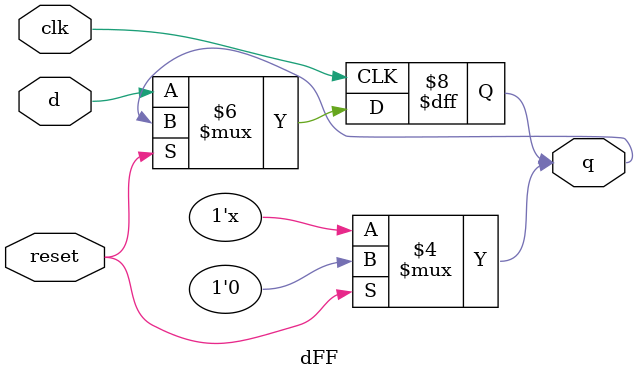
<source format=v>
module dFF(d,clk,reset,q);
input d,clk,reset;
output reg q;

always @(posedge clk)
if (!reset)
q <= d;

always @(reset)
if (reset)
q <= 0;

endmodule

</source>
